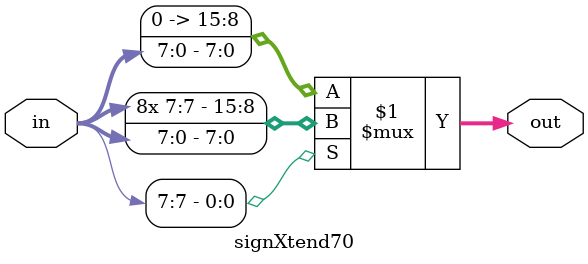
<source format=v>
module signXtend70(in,out);
input [7:0] in;
output [15:0] out;

assign out = (in[7]) ? {{8{in[7]}},in[7:0]}: {{8{1'b0}},in[7:0]};


endmodule

</source>
